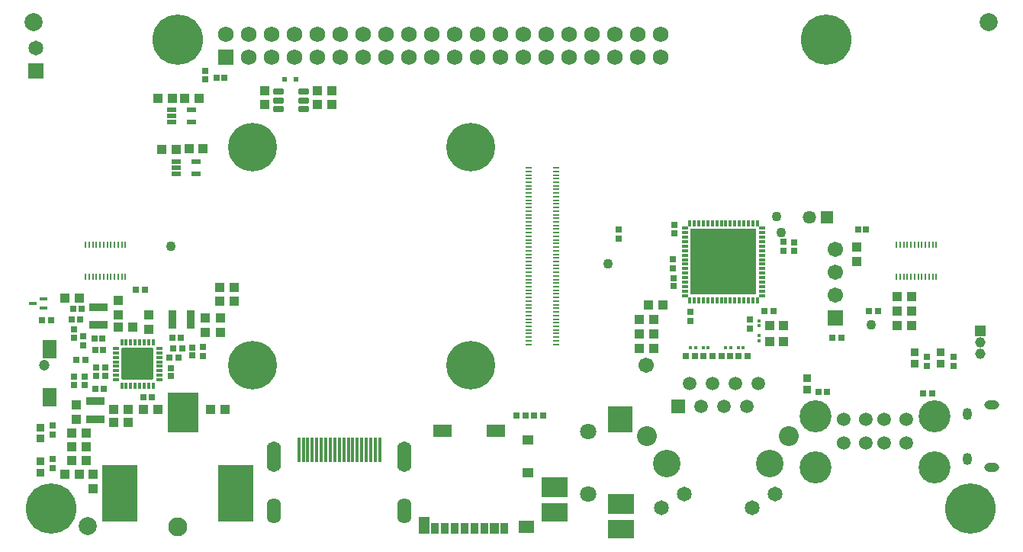
<source format=gts>
G04*
G04 #@! TF.GenerationSoftware,Altium Limited,Altium Designer,19.1.8 (144)*
G04*
G04 Layer_Color=8388736*
%FSLAX44Y44*%
%MOMM*%
G71*
G01*
G75*
%ADD58R,0.4616X0.4216*%
%ADD59R,0.6516X0.7516*%
%ADD60R,3.4016X4.5016*%
%ADD61R,4.0016X6.3016*%
%ADD62R,0.3800X2.7000*%
%ADD63R,2.9016X2.1016*%
%ADD64R,2.7016X2.9016*%
%ADD65R,2.9016X2.3016*%
%ADD66R,0.7516X0.6516*%
%ADD67R,0.2500X0.7500*%
%ADD68R,1.0016X1.1016*%
G04:AMPARAMS|DCode=69|XSize=0.7016mm|YSize=1.1016mm|CornerRadius=0.1018mm|HoleSize=0mm|Usage=FLASHONLY|Rotation=90.000|XOffset=0mm|YOffset=0mm|HoleType=Round|Shape=RoundedRectangle|*
%AMROUNDEDRECTD69*
21,1,0.7016,0.8980,0,0,90.0*
21,1,0.4980,1.1016,0,0,90.0*
1,1,0.2036,0.4490,0.2490*
1,1,0.2036,0.4490,-0.2490*
1,1,0.2036,-0.4490,-0.2490*
1,1,0.2036,-0.4490,0.2490*
%
%ADD69ROUNDEDRECTD69*%
%ADD70R,0.7916X0.3816*%
%ADD71R,0.3816X0.7916*%
%ADD72R,7.4016X7.4016*%
%ADD73R,1.0000X0.5000*%
G04:AMPARAMS|DCode=74|XSize=0.39mm|YSize=0.74mm|CornerRadius=0.1013mm|HoleSize=0mm|Usage=FLASHONLY|Rotation=180.000|XOffset=0mm|YOffset=0mm|HoleType=Round|Shape=RoundedRectangle|*
%AMROUNDEDRECTD74*
21,1,0.3900,0.5375,0,0,180.0*
21,1,0.1875,0.7400,0,0,180.0*
1,1,0.2025,-0.0938,0.2688*
1,1,0.2025,0.0938,0.2688*
1,1,0.2025,0.0938,-0.2688*
1,1,0.2025,-0.0938,-0.2688*
%
%ADD74ROUNDEDRECTD74*%
G04:AMPARAMS|DCode=75|XSize=0.39mm|YSize=0.74mm|CornerRadius=0.1013mm|HoleSize=0mm|Usage=FLASHONLY|Rotation=270.000|XOffset=0mm|YOffset=0mm|HoleType=Round|Shape=RoundedRectangle|*
%AMROUNDEDRECTD75*
21,1,0.3900,0.5375,0,0,270.0*
21,1,0.1875,0.7400,0,0,270.0*
1,1,0.2025,-0.2688,-0.0938*
1,1,0.2025,-0.2688,0.0938*
1,1,0.2025,0.2688,0.0938*
1,1,0.2025,0.2688,-0.0938*
%
%ADD75ROUNDEDRECTD75*%
G04:AMPARAMS|DCode=76|XSize=3.59mm|YSize=3.59mm|CornerRadius=0.1563mm|HoleSize=0mm|Usage=FLASHONLY|Rotation=180.000|XOffset=0mm|YOffset=0mm|HoleType=Round|Shape=RoundedRectangle|*
%AMROUNDEDRECTD76*
21,1,3.5900,3.2775,0,0,180.0*
21,1,3.2775,3.5900,0,0,180.0*
1,1,0.3125,-1.6388,1.6388*
1,1,0.3125,1.6388,1.6388*
1,1,0.3125,1.6388,-1.6388*
1,1,0.3125,-1.6388,-1.6388*
%
%ADD76ROUNDEDRECTD76*%
%ADD77C,1.1016*%
%ADD78R,1.1016X1.0016*%
%ADD79R,0.8116X0.4016*%
%ADD80R,2.1016X0.9016*%
%ADD81R,0.9016X2.1016*%
%ADD82R,0.8016X0.2816*%
%ADD83C,2.0000*%
%ADD84R,0.9016X0.9016*%
%ADD85R,0.5816X0.5016*%
%ADD86R,0.4216X0.4616*%
%ADD87R,0.7216X0.7216*%
%ADD88R,0.7216X0.7216*%
%ADD89R,1.6016X2.1016*%
%ADD90R,0.8516X1.2016*%
%ADD91R,0.9516X1.2016*%
%ADD92R,0.9766X1.2016*%
%ADD93R,1.3016X1.1016*%
%ADD94R,2.0016X1.4516*%
%ADD95R,1.2716X1.9016*%
%ADD96R,1.6516X1.4516*%
%ADD97C,2.1016*%
%ADD98O,1.6016X2.8016*%
%ADD99O,1.6016X3.4016*%
%ADD100C,1.8016*%
%ADD101C,1.6516*%
%ADD102C,3.0516*%
%ADD103C,2.2016*%
%ADD104C,1.5016*%
%ADD105R,1.5016X1.5016*%
%ADD106C,3.5516*%
%ADD107C,1.5216*%
%ADD108R,1.1516X1.1516*%
%ADD109C,1.1516*%
%ADD110C,0.5080*%
%ADD111C,5.4000*%
%ADD112C,5.6016*%
%ADD113R,1.6516X1.6516*%
%ADD114O,1.6516X1.0016*%
%ADD115O,1.0516X1.3516*%
%ADD116R,1.4696X1.4696*%
%ADD117C,1.4696*%
%ADD118C,1.7516*%
%ADD119R,1.7516X1.7516*%
%ADD120C,1.7016*%
%ADD121R,1.7016X1.7016*%
%ADD122C,1.2016*%
%ADD123C,0.6080*%
D58*
X793800Y218000D02*
D03*
X802200D02*
D03*
X807800D02*
D03*
X788200D02*
D03*
X763200D02*
D03*
X768800D02*
D03*
X754800D02*
D03*
X749200D02*
D03*
D59*
X793521Y208586D02*
D03*
X802579Y208587D02*
D03*
X151736Y162968D02*
D03*
X141736D02*
D03*
X89850Y196683D02*
D03*
X99850D02*
D03*
X143575Y282636D02*
D03*
X133575D02*
D03*
X947584Y258649D02*
D03*
X957584D02*
D03*
X29828Y248919D02*
D03*
X39828D02*
D03*
X916900Y229239D02*
D03*
X906900D02*
D03*
X585773Y143339D02*
D03*
X575773D02*
D03*
X556036Y143339D02*
D03*
X566036D02*
D03*
X1017562Y167595D02*
D03*
X1007562D02*
D03*
X831260Y258820D02*
D03*
X841260D02*
D03*
X773731Y208559D02*
D03*
X763731D02*
D03*
X744481Y208560D02*
D03*
X754481D02*
D03*
X812579Y208587D02*
D03*
X783521Y208586D02*
D03*
X99689Y186683D02*
D03*
X89689D02*
D03*
X175383Y217621D02*
D03*
X185383D02*
D03*
X77797Y204391D02*
D03*
X67797D02*
D03*
X73845Y261127D02*
D03*
X63845D02*
D03*
X171216Y206968D02*
D03*
X181216D02*
D03*
D60*
X186500Y146500D02*
D03*
D61*
X244500Y57000D02*
D03*
X115500D02*
D03*
D62*
X314500Y105000D02*
D03*
X319500D02*
D03*
X324500D02*
D03*
X329500D02*
D03*
X334500D02*
D03*
X339500D02*
D03*
X344500D02*
D03*
X349500D02*
D03*
X354500D02*
D03*
X359500D02*
D03*
X364500D02*
D03*
X369500D02*
D03*
X374500D02*
D03*
X379500D02*
D03*
X384500D02*
D03*
X389500D02*
D03*
X394500D02*
D03*
X399500D02*
D03*
X404500D02*
D03*
D63*
X672400Y16500D02*
D03*
X598400Y35500D02*
D03*
D64*
X671400Y138500D02*
D03*
D65*
X598400Y63500D02*
D03*
X672400Y44500D02*
D03*
D66*
X208000Y209000D02*
D03*
Y219000D02*
D03*
X64869Y239000D02*
D03*
Y229000D02*
D03*
X669398Y349306D02*
D03*
Y339306D02*
D03*
X729399Y316556D02*
D03*
Y306556D02*
D03*
X852838Y325672D02*
D03*
Y335672D02*
D03*
X815041Y239717D02*
D03*
Y249717D02*
D03*
X1012000Y198068D02*
D03*
Y208068D02*
D03*
X1041000Y198000D02*
D03*
Y208000D02*
D03*
X749135Y257987D02*
D03*
Y247987D02*
D03*
X41000Y94500D02*
D03*
Y84500D02*
D03*
X75050Y220900D02*
D03*
Y230900D02*
D03*
X65119Y176462D02*
D03*
Y186462D02*
D03*
X41000Y122000D02*
D03*
Y132000D02*
D03*
D67*
X1022000Y297250D02*
D03*
X1018000D02*
D03*
X1014000D02*
D03*
X1010000D02*
D03*
X1006000D02*
D03*
X1002000D02*
D03*
X998000D02*
D03*
X994000D02*
D03*
X990000D02*
D03*
X986000D02*
D03*
X982000D02*
D03*
X978000D02*
D03*
X1022000Y332750D02*
D03*
X1018000D02*
D03*
X1014000D02*
D03*
X1010000D02*
D03*
X1006000D02*
D03*
X1002000D02*
D03*
X998000D02*
D03*
X994000D02*
D03*
X990000D02*
D03*
X986000D02*
D03*
X982000D02*
D03*
X978000D02*
D03*
X78000D02*
D03*
X82000D02*
D03*
X86000D02*
D03*
X90000D02*
D03*
X94000D02*
D03*
X98000D02*
D03*
X102000D02*
D03*
X106000D02*
D03*
X110000D02*
D03*
X114000D02*
D03*
X118000D02*
D03*
X122000D02*
D03*
X78000Y297250D02*
D03*
X82000D02*
D03*
X86000D02*
D03*
X90000D02*
D03*
X94000D02*
D03*
X98000D02*
D03*
X102000D02*
D03*
X106000D02*
D03*
X110000D02*
D03*
X114000D02*
D03*
X118000D02*
D03*
X122000D02*
D03*
D68*
X837250Y243250D02*
D03*
X852750Y224750D02*
D03*
Y243250D02*
D03*
X837250Y224750D02*
D03*
X708283Y249279D02*
D03*
X692283D02*
D03*
X708283Y217279D02*
D03*
X692283D02*
D03*
X978715Y242950D02*
D03*
X994715D02*
D03*
X978715Y258950D02*
D03*
X994715D02*
D03*
X978715Y274950D02*
D03*
X994715D02*
D03*
X708283Y233279D02*
D03*
X692283D02*
D03*
X233000Y150000D02*
D03*
X217000D02*
D03*
X718850Y265590D02*
D03*
X702850D02*
D03*
X142384Y149987D02*
D03*
X158384D02*
D03*
X125358Y135000D02*
D03*
X109358D02*
D03*
X70950Y273577D02*
D03*
X54950D02*
D03*
X227100Y270165D02*
D03*
X243100D02*
D03*
X227100Y285369D02*
D03*
X243100D02*
D03*
X78850Y93313D02*
D03*
X62850D02*
D03*
X78850Y123313D02*
D03*
X62850D02*
D03*
X78850Y108313D02*
D03*
X62850D02*
D03*
X71000Y78000D02*
D03*
X55000D02*
D03*
X192548Y439000D02*
D03*
X208548D02*
D03*
X178251Y438661D02*
D03*
X162250D02*
D03*
X188068Y494826D02*
D03*
X204068D02*
D03*
X174318D02*
D03*
X158318D02*
D03*
X125358Y149987D02*
D03*
X109358D02*
D03*
X130000Y241000D02*
D03*
X114000D02*
D03*
D69*
X292250Y502500D02*
D03*
Y493000D02*
D03*
Y483500D02*
D03*
X319750D02*
D03*
Y493000D02*
D03*
Y502500D02*
D03*
D70*
X829100Y276056D02*
D03*
Y281056D02*
D03*
Y286056D02*
D03*
Y291056D02*
D03*
Y296056D02*
D03*
Y301056D02*
D03*
Y306056D02*
D03*
Y311056D02*
D03*
Y316056D02*
D03*
Y321056D02*
D03*
Y326056D02*
D03*
Y331056D02*
D03*
Y336056D02*
D03*
Y341056D02*
D03*
Y346056D02*
D03*
Y351056D02*
D03*
X742900D02*
D03*
Y346056D02*
D03*
Y341056D02*
D03*
Y336056D02*
D03*
Y331056D02*
D03*
Y326056D02*
D03*
Y321056D02*
D03*
Y316056D02*
D03*
Y311056D02*
D03*
Y306056D02*
D03*
Y301056D02*
D03*
Y296056D02*
D03*
Y291056D02*
D03*
Y286056D02*
D03*
Y281056D02*
D03*
Y276056D02*
D03*
D71*
X823500Y356656D02*
D03*
X818500D02*
D03*
X813500D02*
D03*
X808500D02*
D03*
X803500D02*
D03*
X798500D02*
D03*
X793500D02*
D03*
X788500D02*
D03*
X783500D02*
D03*
X778500D02*
D03*
X773500D02*
D03*
X768500D02*
D03*
X763500D02*
D03*
X758500D02*
D03*
X753500D02*
D03*
X748500D02*
D03*
Y270456D02*
D03*
X753500D02*
D03*
X758500D02*
D03*
X763500D02*
D03*
X768500D02*
D03*
X773500D02*
D03*
X778500D02*
D03*
X783500D02*
D03*
X788500D02*
D03*
X793500D02*
D03*
X798500D02*
D03*
X803500D02*
D03*
X808500D02*
D03*
X813500D02*
D03*
X818500D02*
D03*
X823500D02*
D03*
D72*
X786000Y313556D02*
D03*
D73*
X178548Y418000D02*
D03*
Y424500D02*
D03*
X200548D02*
D03*
X178548Y411500D02*
D03*
X200548D02*
D03*
X173568Y475695D02*
D03*
Y482195D02*
D03*
X195568D02*
D03*
X173568Y469195D02*
D03*
X195568D02*
D03*
D74*
X153053Y176121D02*
D03*
X148053D02*
D03*
X143053D02*
D03*
X138053D02*
D03*
X133053D02*
D03*
X128053D02*
D03*
X123053D02*
D03*
X118053D02*
D03*
Y224121D02*
D03*
X123053D02*
D03*
X128053D02*
D03*
X133053D02*
D03*
X138053D02*
D03*
X143053D02*
D03*
X148053D02*
D03*
X153053D02*
D03*
D75*
X111553Y182621D02*
D03*
Y187621D02*
D03*
Y192621D02*
D03*
Y197621D02*
D03*
Y202621D02*
D03*
Y207621D02*
D03*
Y212621D02*
D03*
Y217621D02*
D03*
X159553D02*
D03*
Y212621D02*
D03*
Y207621D02*
D03*
Y202621D02*
D03*
Y197621D02*
D03*
Y192621D02*
D03*
Y187621D02*
D03*
Y182621D02*
D03*
D76*
X135553Y200121D02*
D03*
D77*
X950000Y244000D02*
D03*
X658052Y311056D02*
D03*
X844500Y363965D02*
D03*
X849837Y346056D02*
D03*
X173000Y331000D02*
D03*
D78*
X692283Y233279D02*
D03*
Y249279D02*
D03*
X708283Y217279D02*
D03*
Y233279D02*
D03*
X692283Y217279D02*
D03*
Y233279D02*
D03*
X978715Y258950D02*
D03*
Y242950D02*
D03*
Y274950D02*
D03*
Y258950D02*
D03*
X994715D02*
D03*
Y242950D02*
D03*
Y274950D02*
D03*
Y258950D02*
D03*
X708283Y233279D02*
D03*
Y249279D02*
D03*
X277000Y488000D02*
D03*
Y504000D02*
D03*
X335000Y488000D02*
D03*
Y504000D02*
D03*
X114000Y255000D02*
D03*
Y271000D02*
D03*
X211000Y251400D02*
D03*
Y235400D02*
D03*
X228041Y251400D02*
D03*
Y235400D02*
D03*
X86000Y78000D02*
D03*
Y62000D02*
D03*
X68015Y138500D02*
D03*
Y154500D02*
D03*
X934000Y313856D02*
D03*
Y329856D02*
D03*
X148053Y254900D02*
D03*
Y238900D02*
D03*
X351000Y504000D02*
D03*
Y488000D02*
D03*
D79*
X19078Y267136D02*
D03*
X31278Y272136D02*
D03*
Y262136D02*
D03*
D80*
X92026Y263427D02*
D03*
Y243427D02*
D03*
X88724Y138987D02*
D03*
Y158987D02*
D03*
D81*
X194433Y250000D02*
D03*
X174433D02*
D03*
D82*
X569600Y222000D02*
D03*
Y226000D02*
D03*
Y230000D02*
D03*
Y234000D02*
D03*
Y238000D02*
D03*
Y242000D02*
D03*
Y246000D02*
D03*
Y250000D02*
D03*
Y254000D02*
D03*
Y258000D02*
D03*
Y262000D02*
D03*
Y266000D02*
D03*
Y270000D02*
D03*
Y274000D02*
D03*
Y278000D02*
D03*
Y282000D02*
D03*
Y286000D02*
D03*
Y290000D02*
D03*
Y294000D02*
D03*
Y298000D02*
D03*
Y302000D02*
D03*
Y306000D02*
D03*
Y310000D02*
D03*
Y314000D02*
D03*
Y318000D02*
D03*
Y322000D02*
D03*
Y326000D02*
D03*
Y330000D02*
D03*
Y334000D02*
D03*
Y338000D02*
D03*
Y342000D02*
D03*
Y346000D02*
D03*
Y350000D02*
D03*
Y354000D02*
D03*
Y358000D02*
D03*
Y362000D02*
D03*
Y366000D02*
D03*
Y370000D02*
D03*
Y374000D02*
D03*
Y378000D02*
D03*
Y382000D02*
D03*
Y386000D02*
D03*
Y390000D02*
D03*
Y394000D02*
D03*
Y398000D02*
D03*
Y402000D02*
D03*
Y406000D02*
D03*
Y410000D02*
D03*
Y414000D02*
D03*
Y418000D02*
D03*
X600400Y222000D02*
D03*
Y226000D02*
D03*
Y230000D02*
D03*
Y234000D02*
D03*
Y238000D02*
D03*
Y242000D02*
D03*
Y246000D02*
D03*
Y250000D02*
D03*
Y254000D02*
D03*
Y258000D02*
D03*
Y262000D02*
D03*
Y266000D02*
D03*
Y270000D02*
D03*
Y274000D02*
D03*
Y278000D02*
D03*
Y282000D02*
D03*
Y286000D02*
D03*
Y290000D02*
D03*
Y294000D02*
D03*
Y298000D02*
D03*
Y302000D02*
D03*
Y306000D02*
D03*
Y310000D02*
D03*
Y314000D02*
D03*
Y318000D02*
D03*
Y322000D02*
D03*
Y326000D02*
D03*
Y330000D02*
D03*
Y334000D02*
D03*
Y338000D02*
D03*
Y342000D02*
D03*
Y346000D02*
D03*
Y350000D02*
D03*
Y354000D02*
D03*
Y358000D02*
D03*
Y362000D02*
D03*
Y366000D02*
D03*
Y370000D02*
D03*
Y374000D02*
D03*
Y378000D02*
D03*
Y382000D02*
D03*
Y386000D02*
D03*
Y390000D02*
D03*
Y394000D02*
D03*
Y398000D02*
D03*
Y402000D02*
D03*
Y406000D02*
D03*
Y410000D02*
D03*
Y414000D02*
D03*
Y418000D02*
D03*
D83*
X20000Y580000D02*
D03*
X1080000D02*
D03*
X80000Y20000D02*
D03*
D84*
X998000Y213250D02*
D03*
Y200750D02*
D03*
X1027000Y213250D02*
D03*
Y200750D02*
D03*
X28000Y92250D02*
D03*
Y79750D02*
D03*
X878387Y172125D02*
D03*
Y184625D02*
D03*
X28000Y129750D02*
D03*
Y117250D02*
D03*
D85*
X298400Y516000D02*
D03*
X311600D02*
D03*
D86*
X825000Y231500D02*
D03*
Y225900D02*
D03*
Y242500D02*
D03*
Y248100D02*
D03*
D87*
X864317Y326120D02*
D03*
Y335120D02*
D03*
X730500Y295556D02*
D03*
Y286556D02*
D03*
X76850Y177183D02*
D03*
Y186183D02*
D03*
X196000Y209500D02*
D03*
Y218500D02*
D03*
X731000Y354500D02*
D03*
Y345500D02*
D03*
X172633Y195592D02*
D03*
Y186592D02*
D03*
X210461Y516600D02*
D03*
Y525600D02*
D03*
D88*
X900622Y169553D02*
D03*
X891622D02*
D03*
X62950Y250000D02*
D03*
X71950D02*
D03*
X96526Y228150D02*
D03*
X87526D02*
D03*
X88652Y215968D02*
D03*
X97652D02*
D03*
X183484Y229000D02*
D03*
X174484D02*
D03*
X935092Y349656D02*
D03*
X944092D02*
D03*
X97858Y172968D02*
D03*
X88858D02*
D03*
X223000Y518000D02*
D03*
X232000D02*
D03*
D89*
X38000Y162968D02*
D03*
Y216968D02*
D03*
D90*
X465850Y17750D02*
D03*
D91*
X476350D02*
D03*
X487350D02*
D03*
X498350D02*
D03*
X509350D02*
D03*
X520350D02*
D03*
X542350D02*
D03*
D92*
X531350D02*
D03*
D93*
X568700Y79250D02*
D03*
Y116250D02*
D03*
D94*
X474000Y126000D02*
D03*
X533700D02*
D03*
D95*
X453750Y21250D02*
D03*
D96*
X566950Y19000D02*
D03*
D97*
X180000Y19000D02*
D03*
D98*
X287000Y37000D02*
D03*
X432000D02*
D03*
D99*
Y97000D02*
D03*
X287000Y97000D02*
D03*
D100*
X635400Y55500D02*
D03*
Y125500D02*
D03*
D101*
X742150Y55675D02*
D03*
X817850Y40475D02*
D03*
X843250Y55675D02*
D03*
X716750Y40475D02*
D03*
X23000Y550700D02*
D03*
D102*
X837150Y89475D02*
D03*
X722850D02*
D03*
D103*
X858750Y119975D02*
D03*
X701250D02*
D03*
D104*
X824450Y178375D02*
D03*
X799050D02*
D03*
X773650D02*
D03*
X748250D02*
D03*
X811750Y152975D02*
D03*
X786350D02*
D03*
X760950D02*
D03*
D105*
X735550D02*
D03*
D106*
X888300Y85700D02*
D03*
X1019700D02*
D03*
Y142500D02*
D03*
X888300D02*
D03*
D107*
X919000Y112800D02*
D03*
X989000D02*
D03*
X944000D02*
D03*
X964000D02*
D03*
X944000Y139000D02*
D03*
X964000D02*
D03*
X989000D02*
D03*
X919000D02*
D03*
D108*
X1070607Y236526D02*
D03*
D109*
Y223826D02*
D03*
Y211126D02*
D03*
D110*
X135553Y214871D02*
D03*
X120803Y200121D02*
D03*
X150303D02*
D03*
X135553Y185371D02*
D03*
D111*
X505000Y441000D02*
D03*
X263000Y199000D02*
D03*
Y441000D02*
D03*
X505000Y199000D02*
D03*
D112*
X1060000Y40000D02*
D03*
X40000D02*
D03*
X180000Y560000D02*
D03*
X900000D02*
D03*
D113*
X23000Y525300D02*
D03*
D114*
X1083500Y155000D02*
D03*
Y85000D02*
D03*
D115*
X1056500Y145000D02*
D03*
Y95000D02*
D03*
D116*
X901000Y363000D02*
D03*
D117*
X881000D02*
D03*
D118*
X716200Y566000D02*
D03*
X690800D02*
D03*
X665400D02*
D03*
X716200Y540600D02*
D03*
X690800D02*
D03*
X665400D02*
D03*
X614600Y566000D02*
D03*
Y540600D02*
D03*
X563800Y566000D02*
D03*
Y540600D02*
D03*
X513000Y566000D02*
D03*
Y540600D02*
D03*
X487600Y566000D02*
D03*
Y540600D02*
D03*
X436800Y566000D02*
D03*
Y540600D02*
D03*
X386000Y566000D02*
D03*
Y540600D02*
D03*
X309800Y566000D02*
D03*
Y540600D02*
D03*
X284400Y566000D02*
D03*
Y540600D02*
D03*
X233600Y566000D02*
D03*
X259000Y540600D02*
D03*
Y566000D02*
D03*
X335200Y540600D02*
D03*
Y566000D02*
D03*
X360600Y540600D02*
D03*
Y566000D02*
D03*
X411400Y540600D02*
D03*
Y566000D02*
D03*
X462200Y540600D02*
D03*
Y566000D02*
D03*
X538400Y540600D02*
D03*
Y566000D02*
D03*
X589200Y540600D02*
D03*
Y566000D02*
D03*
X640000Y540600D02*
D03*
Y566000D02*
D03*
D119*
X233600Y540600D02*
D03*
D120*
X909708Y276713D02*
D03*
Y302113D02*
D03*
Y327513D02*
D03*
X699783Y198960D02*
D03*
D121*
X909708Y251313D02*
D03*
D122*
X31783Y198960D02*
D03*
D123*
X490327Y455672D02*
D03*
X519673Y426328D02*
D03*
X490327D02*
D03*
X519673Y455672D02*
D03*
X248328Y213673D02*
D03*
X277673Y184328D02*
D03*
X248328D02*
D03*
X277673Y213673D02*
D03*
X248328Y455672D02*
D03*
X277673Y426328D02*
D03*
X248328D02*
D03*
X277673Y455672D02*
D03*
X490327Y213673D02*
D03*
X519673Y184328D02*
D03*
X490327D02*
D03*
X519673Y213673D02*
D03*
M02*

</source>
